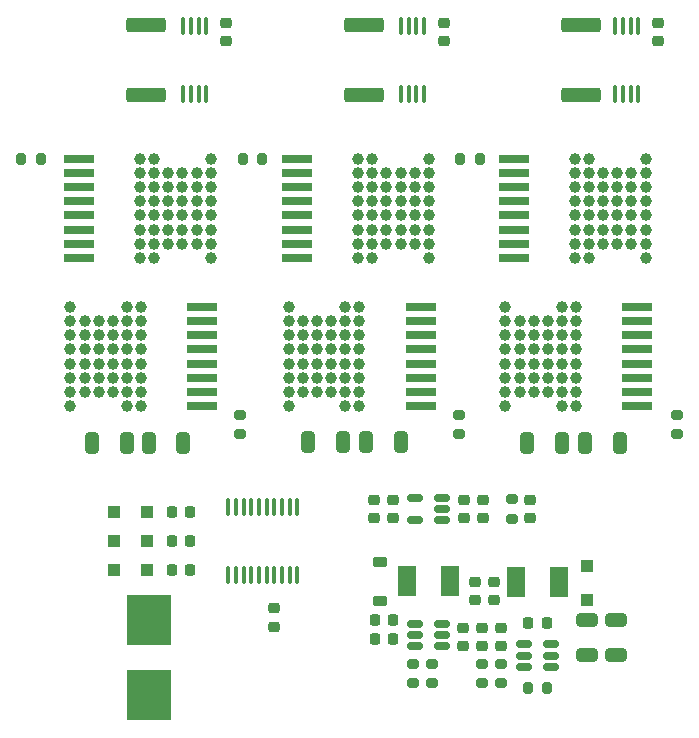
<source format=gbr>
%TF.GenerationSoftware,KiCad,Pcbnew,7.0.7*%
%TF.CreationDate,2024-02-22T20:28:59+08:00*%
%TF.ProjectId,hardware,68617264-7761-4726-952e-6b696361645f,rev?*%
%TF.SameCoordinates,Original*%
%TF.FileFunction,Paste,Top*%
%TF.FilePolarity,Positive*%
%FSLAX46Y46*%
G04 Gerber Fmt 4.6, Leading zero omitted, Abs format (unit mm)*
G04 Created by KiCad (PCBNEW 7.0.7) date 2024-02-22 20:28:59*
%MOMM*%
%LPD*%
G01*
G04 APERTURE LIST*
G04 Aperture macros list*
%AMRoundRect*
0 Rectangle with rounded corners*
0 $1 Rounding radius*
0 $2 $3 $4 $5 $6 $7 $8 $9 X,Y pos of 4 corners*
0 Add a 4 corners polygon primitive as box body*
4,1,4,$2,$3,$4,$5,$6,$7,$8,$9,$2,$3,0*
0 Add four circle primitives for the rounded corners*
1,1,$1+$1,$2,$3*
1,1,$1+$1,$4,$5*
1,1,$1+$1,$6,$7*
1,1,$1+$1,$8,$9*
0 Add four rect primitives between the rounded corners*
20,1,$1+$1,$2,$3,$4,$5,0*
20,1,$1+$1,$4,$5,$6,$7,0*
20,1,$1+$1,$6,$7,$8,$9,0*
20,1,$1+$1,$8,$9,$2,$3,0*%
G04 Aperture macros list end*
%ADD10RoundRect,0.250000X0.300000X0.300000X-0.300000X0.300000X-0.300000X-0.300000X0.300000X-0.300000X0*%
%ADD11R,2.600000X0.700000*%
%ADD12C,1.000000*%
%ADD13RoundRect,0.225000X-0.250000X0.225000X-0.250000X-0.225000X0.250000X-0.225000X0.250000X0.225000X0*%
%ADD14RoundRect,0.200000X0.200000X0.275000X-0.200000X0.275000X-0.200000X-0.275000X0.200000X-0.275000X0*%
%ADD15RoundRect,0.250000X-0.325000X-0.650000X0.325000X-0.650000X0.325000X0.650000X-0.325000X0.650000X0*%
%ADD16RoundRect,0.150000X-0.512500X-0.150000X0.512500X-0.150000X0.512500X0.150000X-0.512500X0.150000X0*%
%ADD17RoundRect,0.200000X-0.200000X-0.275000X0.200000X-0.275000X0.200000X0.275000X-0.200000X0.275000X0*%
%ADD18RoundRect,0.250000X1.425000X-0.362500X1.425000X0.362500X-1.425000X0.362500X-1.425000X-0.362500X0*%
%ADD19RoundRect,0.225000X-0.225000X-0.250000X0.225000X-0.250000X0.225000X0.250000X-0.225000X0.250000X0*%
%ADD20RoundRect,0.100000X0.100000X-0.637500X0.100000X0.637500X-0.100000X0.637500X-0.100000X-0.637500X0*%
%ADD21RoundRect,0.250000X-0.650000X0.325000X-0.650000X-0.325000X0.650000X-0.325000X0.650000X0.325000X0*%
%ADD22RoundRect,0.225000X0.225000X0.250000X-0.225000X0.250000X-0.225000X-0.250000X0.225000X-0.250000X0*%
%ADD23RoundRect,0.150000X0.512500X0.150000X-0.512500X0.150000X-0.512500X-0.150000X0.512500X-0.150000X0*%
%ADD24RoundRect,0.200000X0.275000X-0.200000X0.275000X0.200000X-0.275000X0.200000X-0.275000X-0.200000X0*%
%ADD25RoundRect,0.225000X0.250000X-0.225000X0.250000X0.225000X-0.250000X0.225000X-0.250000X-0.225000X0*%
%ADD26RoundRect,0.225000X0.375000X-0.225000X0.375000X0.225000X-0.375000X0.225000X-0.375000X-0.225000X0*%
%ADD27RoundRect,0.200000X-0.275000X0.200000X-0.275000X-0.200000X0.275000X-0.200000X0.275000X0.200000X0*%
%ADD28RoundRect,0.218750X0.256250X-0.218750X0.256250X0.218750X-0.256250X0.218750X-0.256250X-0.218750X0*%
%ADD29R,1.500000X2.500000*%
%ADD30RoundRect,0.250000X0.325000X0.650000X-0.325000X0.650000X-0.325000X-0.650000X0.325000X-0.650000X0*%
%ADD31RoundRect,0.250000X-0.300000X0.300000X-0.300000X-0.300000X0.300000X-0.300000X0.300000X0.300000X0*%
%ADD32R,3.810000X4.240000*%
G04 APERTURE END LIST*
D10*
%TO.C,D6*%
X125475000Y-119200000D03*
X122675000Y-119200000D03*
%TD*%
D11*
%TO.C,Q2*%
X119680000Y-84400000D03*
X119680000Y-85600000D03*
X119680000Y-86800000D03*
X119680000Y-88000000D03*
X119680000Y-89200000D03*
X119680000Y-90400000D03*
X119680000Y-91600000D03*
X119680000Y-92800000D03*
D12*
X124860000Y-84400000D03*
X124860000Y-85600000D03*
X124860000Y-86800000D03*
X124860000Y-88000000D03*
X124860000Y-89200000D03*
X124860000Y-90400000D03*
X124860000Y-91600000D03*
X124860000Y-92800000D03*
X126060000Y-84400000D03*
X126060000Y-85600000D03*
X126060000Y-86800000D03*
X126060000Y-88000000D03*
X126060000Y-89200000D03*
X126060000Y-90400000D03*
X126060000Y-91600000D03*
X126060000Y-92800000D03*
X127260000Y-85600000D03*
X127260000Y-86800000D03*
X127260000Y-88000000D03*
X127260000Y-89200000D03*
X127260000Y-90400000D03*
X127260000Y-91600000D03*
X128460000Y-85600000D03*
X128460000Y-86800000D03*
X128460000Y-88000000D03*
X128460000Y-89200000D03*
X128460000Y-90400000D03*
X128460000Y-91600000D03*
X129660000Y-85600000D03*
X129660000Y-86800000D03*
X129660000Y-88000000D03*
X129660000Y-89200000D03*
X129660000Y-90400000D03*
X129660000Y-91600000D03*
X130860000Y-84400000D03*
X130860000Y-85600000D03*
X130860000Y-86800000D03*
X130860000Y-88000000D03*
X130860000Y-89200000D03*
X130860000Y-90400000D03*
X130860000Y-91600000D03*
X130860000Y-92800000D03*
%TD*%
D13*
%TO.C,C20*%
X144712500Y-113275000D03*
X144712500Y-114825000D03*
%TD*%
D14*
%TO.C,R4*%
X159350000Y-129175000D03*
X157700000Y-129175000D03*
%TD*%
D15*
%TO.C,C15*%
X139100000Y-108400000D03*
X142050000Y-108400000D03*
%TD*%
D16*
%TO.C,U3*%
X157387500Y-125525000D03*
X157387500Y-126475000D03*
X157387500Y-127425000D03*
X159662500Y-127425000D03*
X159662500Y-126475000D03*
X159662500Y-125525000D03*
%TD*%
D17*
%TO.C,R10*%
X114825000Y-84400000D03*
X116475000Y-84400000D03*
%TD*%
D18*
%TO.C,R15*%
X162200000Y-79000000D03*
X162200000Y-73075000D03*
%TD*%
D17*
%TO.C,R12*%
X151975000Y-84400000D03*
X153625000Y-84400000D03*
%TD*%
D18*
%TO.C,R13*%
X125400000Y-79000000D03*
X125400000Y-73075000D03*
%TD*%
D13*
%TO.C,C8*%
X152312500Y-113275000D03*
X152312500Y-114825000D03*
%TD*%
%TO.C,C4*%
X155450000Y-124100000D03*
X155450000Y-125650000D03*
%TD*%
%TO.C,C6*%
X153850000Y-124100000D03*
X153850000Y-125650000D03*
%TD*%
D15*
%TO.C,C17*%
X157650000Y-108450000D03*
X160600000Y-108450000D03*
%TD*%
D19*
%TO.C,C1*%
X157750000Y-123725000D03*
X159300000Y-123725000D03*
%TD*%
D18*
%TO.C,R14*%
X143850000Y-79000000D03*
X143850000Y-73075000D03*
%TD*%
D13*
%TO.C,C5*%
X152250000Y-124100000D03*
X152250000Y-125650000D03*
%TD*%
D15*
%TO.C,C13*%
X120800000Y-108450000D03*
X123750000Y-108450000D03*
%TD*%
D11*
%TO.C,Q6*%
X156500000Y-84400000D03*
X156500000Y-85600000D03*
X156500000Y-86800000D03*
X156500000Y-88000000D03*
X156500000Y-89200000D03*
X156500000Y-90400000D03*
X156500000Y-91600000D03*
X156500000Y-92800000D03*
D12*
X161680000Y-84400000D03*
X161680000Y-85600000D03*
X161680000Y-86800000D03*
X161680000Y-88000000D03*
X161680000Y-89200000D03*
X161680000Y-90400000D03*
X161680000Y-91600000D03*
X161680000Y-92800000D03*
X162880000Y-84400000D03*
X162880000Y-85600000D03*
X162880000Y-86800000D03*
X162880000Y-88000000D03*
X162880000Y-89200000D03*
X162880000Y-90400000D03*
X162880000Y-91600000D03*
X162880000Y-92800000D03*
X164080000Y-85600000D03*
X164080000Y-86800000D03*
X164080000Y-88000000D03*
X164080000Y-89200000D03*
X164080000Y-90400000D03*
X164080000Y-91600000D03*
X165280000Y-85600000D03*
X165280000Y-86800000D03*
X165280000Y-88000000D03*
X165280000Y-89200000D03*
X165280000Y-90400000D03*
X165280000Y-91600000D03*
X166480000Y-85600000D03*
X166480000Y-86800000D03*
X166480000Y-88000000D03*
X166480000Y-89200000D03*
X166480000Y-90400000D03*
X166480000Y-91600000D03*
X167680000Y-84400000D03*
X167680000Y-85600000D03*
X167680000Y-86800000D03*
X167680000Y-88000000D03*
X167680000Y-89200000D03*
X167680000Y-90400000D03*
X167680000Y-91600000D03*
X167680000Y-92800000D03*
%TD*%
D20*
%TO.C,U5*%
X132350000Y-119612500D03*
X133000000Y-119612500D03*
X133650000Y-119612500D03*
X134300000Y-119612500D03*
X134950000Y-119612500D03*
X135600000Y-119612500D03*
X136250000Y-119612500D03*
X136900000Y-119612500D03*
X137550000Y-119612500D03*
X138200000Y-119612500D03*
X138200000Y-113887500D03*
X137550000Y-113887500D03*
X136900000Y-113887500D03*
X136250000Y-113887500D03*
X135600000Y-113887500D03*
X134950000Y-113887500D03*
X134300000Y-113887500D03*
X133650000Y-113887500D03*
X133000000Y-113887500D03*
X132350000Y-113887500D03*
%TD*%
D11*
%TO.C,Q3*%
X148630000Y-105350000D03*
X148630000Y-104150000D03*
X148630000Y-102950000D03*
X148630000Y-101750000D03*
X148630000Y-100550000D03*
X148630000Y-99350000D03*
X148630000Y-98150000D03*
X148630000Y-96950000D03*
D12*
X143450000Y-105350000D03*
X143450000Y-104150000D03*
X143450000Y-102950000D03*
X143450000Y-101750000D03*
X143450000Y-100550000D03*
X143450000Y-99350000D03*
X143450000Y-98150000D03*
X143450000Y-96950000D03*
X142250000Y-105350000D03*
X142250000Y-104150000D03*
X142250000Y-102950000D03*
X142250000Y-101750000D03*
X142250000Y-100550000D03*
X142250000Y-99350000D03*
X142250000Y-98150000D03*
X142250000Y-96950000D03*
X141050000Y-104150000D03*
X141050000Y-102950000D03*
X141050000Y-101750000D03*
X141050000Y-100550000D03*
X141050000Y-99350000D03*
X141050000Y-98150000D03*
X139850000Y-104150000D03*
X139850000Y-102950000D03*
X139850000Y-101750000D03*
X139850000Y-100550000D03*
X139850000Y-99350000D03*
X139850000Y-98150000D03*
X138650000Y-104150000D03*
X138650000Y-102950000D03*
X138650000Y-101750000D03*
X138650000Y-100550000D03*
X138650000Y-99350000D03*
X138650000Y-98150000D03*
X137450000Y-105350000D03*
X137450000Y-104150000D03*
X137450000Y-102950000D03*
X137450000Y-101750000D03*
X137450000Y-100550000D03*
X137450000Y-99350000D03*
X137450000Y-98150000D03*
X137450000Y-96950000D03*
%TD*%
D21*
%TO.C,C11*%
X165200000Y-123500000D03*
X165200000Y-126450000D03*
%TD*%
D22*
%TO.C,C21*%
X129100000Y-114300000D03*
X127550000Y-114300000D03*
%TD*%
%TO.C,C12*%
X146275000Y-123450000D03*
X144725000Y-123450000D03*
%TD*%
D10*
%TO.C,D5*%
X125475000Y-116750000D03*
X122675000Y-116750000D03*
%TD*%
D17*
%TO.C,R11*%
X133575000Y-84400000D03*
X135225000Y-84400000D03*
%TD*%
D20*
%TO.C,U9*%
X165125000Y-78900000D03*
X165775000Y-78900000D03*
X166425000Y-78900000D03*
X167075000Y-78900000D03*
X167075000Y-73175000D03*
X166425000Y-73175000D03*
X165775000Y-73175000D03*
X165125000Y-73175000D03*
%TD*%
D23*
%TO.C,U1*%
X150450000Y-115000000D03*
X150450000Y-114050000D03*
X150450000Y-113100000D03*
X148175000Y-113100000D03*
X148175000Y-115000000D03*
%TD*%
D24*
%TO.C,R8*%
X151850000Y-107725000D03*
X151850000Y-106075000D03*
%TD*%
D25*
%TO.C,C3*%
X153250000Y-121775000D03*
X153250000Y-120225000D03*
%TD*%
D26*
%TO.C,D1*%
X145150000Y-121825000D03*
X145150000Y-118525000D03*
%TD*%
D27*
%TO.C,R5*%
X149550000Y-127150000D03*
X149550000Y-128800000D03*
%TD*%
D13*
%TO.C,C7*%
X153912500Y-113275000D03*
X153912500Y-114825000D03*
%TD*%
D28*
%TO.C,D2*%
X157925000Y-114837500D03*
X157925000Y-113262500D03*
%TD*%
D11*
%TO.C,Q5*%
X166980000Y-105350000D03*
X166980000Y-104150000D03*
X166980000Y-102950000D03*
X166980000Y-101750000D03*
X166980000Y-100550000D03*
X166980000Y-99350000D03*
X166980000Y-98150000D03*
X166980000Y-96950000D03*
D12*
X161800000Y-105350000D03*
X161800000Y-104150000D03*
X161800000Y-102950000D03*
X161800000Y-101750000D03*
X161800000Y-100550000D03*
X161800000Y-99350000D03*
X161800000Y-98150000D03*
X161800000Y-96950000D03*
X160600000Y-105350000D03*
X160600000Y-104150000D03*
X160600000Y-102950000D03*
X160600000Y-101750000D03*
X160600000Y-100550000D03*
X160600000Y-99350000D03*
X160600000Y-98150000D03*
X160600000Y-96950000D03*
X159400000Y-104150000D03*
X159400000Y-102950000D03*
X159400000Y-101750000D03*
X159400000Y-100550000D03*
X159400000Y-99350000D03*
X159400000Y-98150000D03*
X158200000Y-104150000D03*
X158200000Y-102950000D03*
X158200000Y-101750000D03*
X158200000Y-100550000D03*
X158200000Y-99350000D03*
X158200000Y-98150000D03*
X157000000Y-104150000D03*
X157000000Y-102950000D03*
X157000000Y-101750000D03*
X157000000Y-100550000D03*
X157000000Y-99350000D03*
X157000000Y-98150000D03*
X155800000Y-105350000D03*
X155800000Y-104150000D03*
X155800000Y-102950000D03*
X155800000Y-101750000D03*
X155800000Y-100550000D03*
X155800000Y-99350000D03*
X155800000Y-98150000D03*
X155800000Y-96950000D03*
%TD*%
D27*
%TO.C,R3*%
X155450000Y-127150000D03*
X155450000Y-128800000D03*
%TD*%
%TO.C,R1*%
X156350000Y-113225000D03*
X156350000Y-114875000D03*
%TD*%
D29*
%TO.C,L1*%
X147450000Y-120125000D03*
X151150000Y-120125000D03*
%TD*%
D20*
%TO.C,U8*%
X146975000Y-78900000D03*
X147625000Y-78900000D03*
X148275000Y-78900000D03*
X148925000Y-78900000D03*
X148925000Y-73175000D03*
X148275000Y-73175000D03*
X147625000Y-73175000D03*
X146975000Y-73175000D03*
%TD*%
D11*
%TO.C,Q4*%
X138150000Y-84400000D03*
X138150000Y-85600000D03*
X138150000Y-86800000D03*
X138150000Y-88000000D03*
X138150000Y-89200000D03*
X138150000Y-90400000D03*
X138150000Y-91600000D03*
X138150000Y-92800000D03*
D12*
X143330000Y-84400000D03*
X143330000Y-85600000D03*
X143330000Y-86800000D03*
X143330000Y-88000000D03*
X143330000Y-89200000D03*
X143330000Y-90400000D03*
X143330000Y-91600000D03*
X143330000Y-92800000D03*
X144530000Y-84400000D03*
X144530000Y-85600000D03*
X144530000Y-86800000D03*
X144530000Y-88000000D03*
X144530000Y-89200000D03*
X144530000Y-90400000D03*
X144530000Y-91600000D03*
X144530000Y-92800000D03*
X145730000Y-85600000D03*
X145730000Y-86800000D03*
X145730000Y-88000000D03*
X145730000Y-89200000D03*
X145730000Y-90400000D03*
X145730000Y-91600000D03*
X146930000Y-85600000D03*
X146930000Y-86800000D03*
X146930000Y-88000000D03*
X146930000Y-89200000D03*
X146930000Y-90400000D03*
X146930000Y-91600000D03*
X148130000Y-85600000D03*
X148130000Y-86800000D03*
X148130000Y-88000000D03*
X148130000Y-89200000D03*
X148130000Y-90400000D03*
X148130000Y-91600000D03*
X149330000Y-84400000D03*
X149330000Y-85600000D03*
X149330000Y-86800000D03*
X149330000Y-88000000D03*
X149330000Y-89200000D03*
X149330000Y-90400000D03*
X149330000Y-91600000D03*
X149330000Y-92800000D03*
%TD*%
D13*
%TO.C,C27*%
X168750000Y-72875000D03*
X168750000Y-74425000D03*
%TD*%
D21*
%TO.C,C10*%
X162750000Y-123500000D03*
X162750000Y-126450000D03*
%TD*%
D13*
%TO.C,C26*%
X150600000Y-72875000D03*
X150600000Y-74425000D03*
%TD*%
D29*
%TO.C,L2*%
X160375000Y-120225000D03*
X156675000Y-120225000D03*
%TD*%
D22*
%TO.C,C23*%
X129100000Y-119200000D03*
X127550000Y-119200000D03*
%TD*%
D24*
%TO.C,R6*%
X153850000Y-128800000D03*
X153850000Y-127150000D03*
%TD*%
D30*
%TO.C,C18*%
X165475000Y-108450000D03*
X162525000Y-108450000D03*
%TD*%
%TO.C,C16*%
X146950000Y-108400000D03*
X144000000Y-108400000D03*
%TD*%
D16*
%TO.C,U2*%
X148162500Y-123775000D03*
X148162500Y-124725000D03*
X148162500Y-125675000D03*
X150437500Y-125675000D03*
X150437500Y-124725000D03*
X150437500Y-123775000D03*
%TD*%
D22*
%TO.C,C28*%
X146275000Y-125050000D03*
X144725000Y-125050000D03*
%TD*%
D10*
%TO.C,D4*%
X125475000Y-114300000D03*
X122675000Y-114300000D03*
%TD*%
D24*
%TO.C,R2*%
X148000000Y-128800000D03*
X148000000Y-127150000D03*
%TD*%
D25*
%TO.C,C2*%
X154800000Y-121775000D03*
X154800000Y-120225000D03*
%TD*%
D13*
%TO.C,C19*%
X146312500Y-113275000D03*
X146312500Y-114825000D03*
%TD*%
%TO.C,C24*%
X136250000Y-122475000D03*
X136250000Y-124025000D03*
%TD*%
D24*
%TO.C,R7*%
X133350000Y-107725000D03*
X133350000Y-106075000D03*
%TD*%
%TO.C,R9*%
X170300000Y-107725000D03*
X170300000Y-106075000D03*
%TD*%
D22*
%TO.C,C22*%
X129100000Y-116750000D03*
X127550000Y-116750000D03*
%TD*%
D11*
%TO.C,Q1*%
X130155000Y-105350000D03*
X130155000Y-104150000D03*
X130155000Y-102950000D03*
X130155000Y-101750000D03*
X130155000Y-100550000D03*
X130155000Y-99350000D03*
X130155000Y-98150000D03*
X130155000Y-96950000D03*
D12*
X124975000Y-105350000D03*
X124975000Y-104150000D03*
X124975000Y-102950000D03*
X124975000Y-101750000D03*
X124975000Y-100550000D03*
X124975000Y-99350000D03*
X124975000Y-98150000D03*
X124975000Y-96950000D03*
X123775000Y-105350000D03*
X123775000Y-104150000D03*
X123775000Y-102950000D03*
X123775000Y-101750000D03*
X123775000Y-100550000D03*
X123775000Y-99350000D03*
X123775000Y-98150000D03*
X123775000Y-96950000D03*
X122575000Y-104150000D03*
X122575000Y-102950000D03*
X122575000Y-101750000D03*
X122575000Y-100550000D03*
X122575000Y-99350000D03*
X122575000Y-98150000D03*
X121375000Y-104150000D03*
X121375000Y-102950000D03*
X121375000Y-101750000D03*
X121375000Y-100550000D03*
X121375000Y-99350000D03*
X121375000Y-98150000D03*
X120175000Y-104150000D03*
X120175000Y-102950000D03*
X120175000Y-101750000D03*
X120175000Y-100550000D03*
X120175000Y-99350000D03*
X120175000Y-98150000D03*
X118975000Y-105350000D03*
X118975000Y-104150000D03*
X118975000Y-102950000D03*
X118975000Y-101750000D03*
X118975000Y-100550000D03*
X118975000Y-99350000D03*
X118975000Y-98150000D03*
X118975000Y-96950000D03*
%TD*%
D30*
%TO.C,C14*%
X128550000Y-108450000D03*
X125600000Y-108450000D03*
%TD*%
D13*
%TO.C,C25*%
X132150000Y-72925000D03*
X132150000Y-74475000D03*
%TD*%
D20*
%TO.C,U7*%
X128525000Y-78900000D03*
X129175000Y-78900000D03*
X129825000Y-78900000D03*
X130475000Y-78900000D03*
X130475000Y-73175000D03*
X129825000Y-73175000D03*
X129175000Y-73175000D03*
X128525000Y-73175000D03*
%TD*%
D31*
%TO.C,D3*%
X162725000Y-118925000D03*
X162725000Y-121725000D03*
%TD*%
D32*
%TO.C,F1*%
X125625000Y-123460000D03*
X125625000Y-129840000D03*
%TD*%
M02*

</source>
